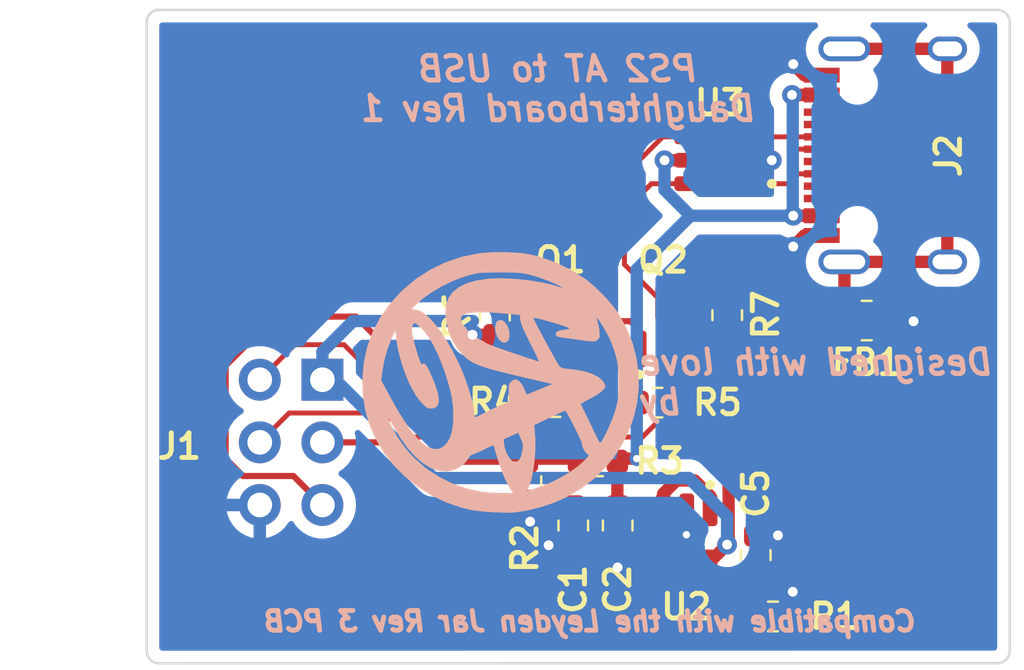
<source format=kicad_pcb>
(kicad_pcb (version 20211014) (generator pcbnew)
  (title_block (title "PS2 AT to USB Daughterboard for Leyden Jar controller") (date "2023-05-26") (rev "1") (comment 1 "Designed with love by Rico"))
  (layers (0 "F.Cu" signal) (31 "B.Cu" signal) (34 "B.Paste" user) (35 "F.Paste" user) (36 "B.SilkS" user "B.Silkscreen") (37 "F.SilkS" user "F.Silkscreen") (38 "B.Mask" user) (39 "F.Mask" user) (44 "Edge.Cuts" user))
  (net 0 "")
  (net 1 "PS2_ENABLE_3.3V")
  (net 3 "IN_3V3")
  (net 4 "+5V")
  (net 8 "USB_CLOCK_5V")
  (net 9 "GND")
  (net 10 "GNDPWR")
  (net 11 "Net-(R1-Pad1)")
  (net 12 "OUT_5V")
  (net 13 "CLOCK_3.3V")
  (net 14 "DATA_3.3V")
  (net 15 "DATA_5V")
  (net 16 "CLOCK_5V")
  (net 17 "USB_DATA_5V")
  (footprint "Model-F:SOT-23" (layer "F.Cu") (at 51.7825 32.79 90)
    (fp_text reference "Q1" (at 2.6425 0 180) (layer "F.SilkS") (effects (font (thickness 0.2))))
    (fp_text value "BSS138")
    (fp_circle (center -1.98 -0.95) (end -1.83 -0.95) (layer "F.SilkS") (width 0.1) (fill solid))
    (pad "1" smd roundrect (at -0.9375 -0.95 90) (size 1.475 0.6) (layers "F.Cu" "F.Paste" "F.Mask") (net 3 "IN_3V3"))
    (pad "2" smd roundrect (at -0.9375 0.95 90) (size 1.475 0.6) (layers "F.Cu" "F.Paste" "F.Mask") (net 13 "CLOCK_3.3V"))
    (pad "3" smd roundrect (at 0.9375 0 90) (size 1.475 0.6) (layers "F.Cu" "F.Paste" "F.Mask") (net 16 "CLOCK_5V"))
  )
  (footprint "Model-F:Resistor_603" (layer "F.Cu") (at 51.5725 35.9075)
    (fp_text reference "R4" (at -2.515 -0.02) (layer "F.SilkS") (effects (font (thickness 0.2))))
    (fp_text value "10K")
    (fp_line (start -0.2 0.6) (end 0.2 0.6) (layer "F.SilkS") (width 0.1))
    (fp_line (start -0.2 -0.6) (end 0.2 -0.6) (layer "F.SilkS") (width 0.1))
    (pad "1" smd roundrect (at -0.7875 0) (size 0.875 0.95) (layers "F.Cu" "F.Paste" "F.Mask") (net 3 "IN_3V3"))
    (pad "2" smd roundrect (at 0.7875 0) (size 0.875 0.95) (layers "F.Cu" "F.Paste" "F.Mask") (net 13 "CLOCK_3.3V"))
  )
  (footprint "Model-F:USB_C_Receptacle_HRO_TYPE-C-31-M-12" (layer "F.Cu") (at 66.42 25.9 90)
    (fp_text reference "J2" (at -0.01 1.09 90 unlocked) (layer "F.SilkS") (effects (font (thickness 0.2))))
    (fp_text value "USB_C_Receptacle_USB2.0")
    (pad "" np_thru_hole circle (at -2.89 -2.6 90) (size 0.65 0.65) (drill 0.65) (layers *.Cu *.Mask))
    (pad "" np_thru_hole circle (at 2.89 -2.6 90) (size 0.65 0.65) (drill 0.65) (layers *.Cu *.Mask))
    (pad "A1" smd rect (at -3.25 -4.045 90) (size 0.6 1.45) (layers "F.Cu" "F.Paste" "F.Mask") (net 9 "GND"))
    (pad "A4" smd rect (at -2.45 -4.045 90) (size 0.6 1.45) (layers "F.Cu" "F.Paste" "F.Mask") (net 4 "+5V"))
    (pad "A5" smd rect (at -1.25 -4.045 90) (size 0.3 1.45) (layers "F.Cu" "F.Paste" "F.Mask"))
    (pad "A6" smd rect (at -0.25 -4.045 90) (size 0.3 1.45) (layers "F.Cu" "F.Paste" "F.Mask") (net 8 "USB_CLOCK_5V"))
    (pad "A7" smd rect (at 0.25 -4.045 90) (size 0.3 1.45) (layers "F.Cu" "F.Paste" "F.Mask") (net 17 "USB_DATA_5V"))
    (pad "A8" smd rect (at 1.25 -4.045 90) (size 0.3 1.45) (layers "F.Cu" "F.Paste" "F.Mask"))
    (pad "A9" smd rect (at 2.45 -4.045 90) (size 0.6 1.45) (layers "F.Cu" "F.Paste" "F.Mask") (net 4 "+5V"))
    (pad "A12" smd rect (at 3.25 -4.045 90) (size 0.6 1.45) (layers "F.Cu" "F.Paste" "F.Mask") (net 9 "GND"))
    (pad "B1" smd rect (at 3.25 -4.045 90) (size 0.6 1.45) (layers "F.Cu" "F.Paste" "F.Mask") (net 9 "GND"))
    (pad "B4" smd rect (at 2.45 -4.045 90) (size 0.6 1.45) (layers "F.Cu" "F.Paste" "F.Mask") (net 4 "+5V"))
    (pad "B5" smd rect (at 1.75 -4.045 90) (size 0.3 1.45) (layers "F.Cu" "F.Paste" "F.Mask"))
    (pad "B6" smd rect (at 0.75 -4.045 90) (size 0.3 1.45) (layers "F.Cu" "F.Paste" "F.Mask") (net 8 "USB_CLOCK_5V"))
    (pad "B7" smd rect (at -0.75 -4.045 90) (size 0.3 1.45) (layers "F.Cu" "F.Paste" "F.Mask") (net 17 "USB_DATA_5V"))
    (pad "B8" smd rect (at -1.75 -4.045 90) (size 0.3 1.45) (layers "F.Cu" "F.Paste" "F.Mask"))
    (pad "B9" smd rect (at -2.45 -4.045 90) (size 0.6 1.45) (layers "F.Cu" "F.Paste" "F.Mask") (net 4 "+5V"))
    (pad "B12" smd rect (at -3.25 -4.045 90) (size 0.6 1.45) (layers "F.Cu" "F.Paste" "F.Mask") (net 9 "GND"))
    (pad "S1" thru_hole oval (at -4.32 1.05 90) (size 1 1.6) (drill oval 0.6 1.2) (layers *.Cu *.Mask "F.Paste") (net 10 "GNDPWR"))
    (pad "S1" thru_hole oval (at 4.32 1.05 90) (size 1 1.6) (drill oval 0.6 1.2) (layers *.Cu *.Mask "F.Paste") (net 10 "GNDPWR"))
    (pad "S1" thru_hole oval (at -4.32 -3.13 90) (size 1 2.1) (drill oval 0.6 1.7) (layers *.Cu *.Mask "F.Paste") (net 10 "GNDPWR"))
    (pad "S1" thru_hole oval (at 4.32 -3.13 90) (size 1 2.1) (drill oval 0.6 1.7) (layers *.Cu *.Mask "F.Paste") (net 10 "GNDPWR"))
  )
  (footprint "Model-F:Resistor_603" (layer "F.Cu") (at 49.1225 32.39 90)
    (fp_text reference "R6" (at 0.0225 -1.525 90) (layer "F.SilkS") (effects (font (thickness 0.2))))
    (fp_text value "10K")
    (fp_line (start -0.2 0.6) (end 0.2 0.6) (layer "F.SilkS") (width 0.1))
    (fp_line (start -0.2 -0.6) (end 0.2 -0.6) (layer "F.SilkS") (width 0.1))
    (pad "1" smd roundrect (at -0.7875 0 90) (size 0.875 0.95) (layers "F.Cu" "F.Paste" "F.Mask") (net 12 "OUT_5V"))
    (pad "2" smd roundrect (at 0.7875 0 90) (size 0.875 0.95) (layers "F.Cu" "F.Paste" "F.Mask") (net 16 "CLOCK_5V"))
  )
  (footprint "Model-F:Resistor_603" (layer "F.Cu") (at 53.3 38.3125 180)
    (fp_text reference "R3" (at -2.5 0.0125 180) (layer "F.SilkS") (effects (font (thickness 0.2))))
    (fp_text value "1K")
    (fp_line (start -0.2 0.6) (end 0.2 0.6) (layer "F.SilkS") (width 0.1))
    (fp_line (start -0.2 -0.6) (end 0.2 -0.6) (layer "F.SilkS") (width 0.1))
    (pad "1" smd roundrect (at -0.7875 0 180) (size 0.875 0.95) (layers "F.Cu" "F.Paste" "F.Mask") (net 4 "+5V"))
    (pad "2" smd roundrect (at 0.7875 0 180) (size 0.875 0.95) (layers "F.Cu" "F.Paste" "F.Mask") (net 1 "PS2_ENABLE_3.3V"))
  )
  (footprint "Model-F:SOT-23-6" (layer "F.Cu") (at 56.9 41.4125 -90)
    (fp_text reference "U2" (at 2.7975 0.02 unlocked) (layer "F.SilkS") (effects (font (thickness 0.2))))
    (fp_text value "MIC2009A-1YM6")
    (fp_circle (center -2.15 -0.95) (end -2 -0.95) (layer "F.SilkS") (width 0.1) (fill solid))
    (pad "1" smd roundrect (at -1.1375 -0.95 270) (size 1.325 0.6) (layers "F.Cu" "F.Paste" "F.Mask") (net 4 "+5V"))
    (pad "2" smd roundrect (at -1.1375 0 270) (size 1.325 0.6) (layers "F.Cu" "F.Paste" "F.Mask") (net 9 "GND"))
    (pad "3" smd roundrect (at -1.1375 0.95 270) (size 1.325 0.6) (layers "F.Cu" "F.Paste" "F.Mask") (net 4 "+5V"))
    (pad "4" smd roundrect (at 1.1375 0.95 270) (size 1.325 0.6) (layers "F.Cu" "F.Paste" "F.Mask"))
    (pad "5" smd roundrect (at 1.1375 0 270) (size 1.325 0.6) (layers "F.Cu" "F.Paste" "F.Mask") (net 11 "Net-(R1-Pad1)"))
    (pad "6" smd roundrect (at 1.1375 -0.95 270) (size 1.325 0.6) (layers "F.Cu" "F.Paste" "F.Mask") (net 12 "OUT_5V"))
  )
  (footprint "Model-F:Resistor_603" (layer "F.Cu") (at 60.4 44.6)
    (fp_text reference "R1" (at 2.5 0) (layer "F.SilkS") (effects (font (thickness 0.2))))
    (fp_text value "1K")
    (fp_line (start -0.2 0.6) (end 0.2 0.6) (layer "F.SilkS") (width 0.1))
    (fp_line (start -0.2 -0.6) (end 0.2 -0.6) (layer "F.SilkS") (width 0.1))
    (pad "1" smd roundrect (at -0.7875 0) (size 0.875 0.95) (layers "F.Cu" "F.Paste" "F.Mask") (net 11 "Net-(R1-Pad1)"))
    (pad "2" smd roundrect (at 0.7875 0) (size 0.875 0.95) (layers "F.Cu" "F.Paste" "F.Mask") (net 9 "GND"))
  )
  (footprint "Model-F:Resistor_603" (layer "F.Cu") (at 58.5425 32.38 90)
    (fp_text reference "R7" (at 0.0125 1.565 90) (layer "F.SilkS") (effects (font (thickness 0.2))))
    (fp_text value "10K")
    (fp_line (start -0.2 0.6) (end 0.2 0.6) (layer "F.SilkS") (width 0.1))
    (fp_line (start -0.2 -0.6) (end 0.2 -0.6) (layer "F.SilkS") (width 0.1))
    (pad "1" smd roundrect (at -0.7875 0 90) (size 0.875 0.95) (layers "F.Cu" "F.Paste" "F.Mask") (net 12 "OUT_5V"))
    (pad "2" smd roundrect (at 0.7875 0 90) (size 0.875 0.95) (layers "F.Cu" "F.Paste" "F.Mask") (net 15 "DATA_5V"))
  )
  (footprint "Model-F:R_805" (layer "F.Cu") (at 64.2 32.6 180)
    (fp_text reference "FB1" (at 0 -1.7 unlocked) (layer "F.SilkS") (effects (font (thickness 0.2))))
    (fp_text value "CBW201209U121T")
    (fp_line (start -0.2 0.8) (end 0.2 0.8) (layer "F.SilkS") (width 0.1))
    (fp_line (start -0.2 -0.8) (end 0.2 -0.8) (layer "F.SilkS") (width 0.1))
    (pad "1" smd roundrect (at -0.9225 0 180) (size 1.025 1.4) (layers "F.Cu" "F.Paste" "F.Mask") (roundrect_rratio 0.243902439) (net 9 "GND"))
    (pad "2" smd roundrect (at 0.9025 0 180) (size 1.025 1.4) (layers "F.Cu" "F.Paste" "F.Mask") (roundrect_rratio 0.243902439) (net 10 "GNDPWR"))
  )
  (footprint "Model-F:SOT-23-6" (layer "F.Cu") (at 58.2 26.1 180)
    (fp_text reference "U3" (at -0.05 2.33 unlocked) (layer "F.SilkS") (effects (font (thickness 0.2))))
    (fp_text value "USBLC6-2SC6")
    (fp_circle (center -2.15 -0.95) (end -2 -0.95) (layer "F.SilkS") (width 0.1) (fill solid))
    (pad "1" smd roundrect (at -1.1375 -0.95 180) (size 1.325 0.6) (layers "F.Cu" "F.Paste" "F.Mask") (net 17 "USB_DATA_5V"))
    (pad "2" smd roundrect (at -1.1375 0 180) (size 1.325 0.6) (layers "F.Cu" "F.Paste" "F.Mask") (net 9 "GND"))
    (pad "3" smd roundrect (at -1.1375 0.95 180) (size 1.325 0.6) (layers "F.Cu" "F.Paste" "F.Mask") (net 8 "USB_CLOCK_5V"))
    (pad "4" smd roundrect (at 1.1375 0.95 180) (size 1.325 0.6) (layers "F.Cu" "F.Paste" "F.Mask") (net 16 "CLOCK_5V"))
    (pad "5" smd roundrect (at 1.1375 0 180) (size 1.325 0.6) (layers "F.Cu" "F.Paste" "F.Mask") (net 4 "+5V"))
    (pad "6" smd roundrect (at 1.1375 -0.95 180) (size 1.325 0.6) (layers "F.Cu" "F.Paste" "F.Mask") (net 15 "DATA_5V"))
  )
  (footprint "Model-F:Capacitor_603" (layer "F.Cu") (at 54.1 40.9125 -90)
    (fp_text reference "C2" (at 2.5875 0 -90) (layer "F.SilkS") (effects (font (thickness 0.2))))
    (fp_text value "100n")
    (fp_line (start -0.2 -0.6) (end 0.2 -0.6) (layer "F.SilkS") (width 0.1))
    (fp_line (start -0.2 0.6) (end 0.2 0.6) (layer "F.SilkS") (width 0.1))
    (pad "1" smd roundrect (at -0.7875 0 270) (size 0.875 0.95) (layers "F.Cu" "F.Paste" "F.Mask") (net 4 "+5V"))
    (pad "2" smd roundrect (at 0.7875 0 270) (size 0.875 0.95) (layers "F.Cu" "F.Paste" "F.Mask") (net 9 "GND"))
  )
  (footprint "Model-F:SOT-23" (layer "F.Cu") (at 55.9225 32.81 90)
    (fp_text reference "Q2" (at 2.6625 0.02 180) (layer "F.SilkS") (effects (font (thickness 0.2))))
    (fp_text value "BSS138")
    (fp_circle (center -1.98 -0.95) (end -1.83 -0.95) (layer "F.SilkS") (width 0.1) (fill solid))
    (pad "1" smd roundrect (at -0.9375 -0.95 90) (size 1.475 0.6) (layers "F.Cu" "F.Paste" "F.Mask") (net 3 "IN_3V3"))
    (pad "2" smd roundrect (at -0.9375 0.95 90) (size 1.475 0.6) (layers "F.Cu" "F.Paste" "F.Mask") (net 14 "DATA_3.3V"))
    (pad "3" smd roundrect (at 0.9375 0 90) (size 1.475 0.6) (layers "F.Cu" "F.Paste" "F.Mask") (net 15 "DATA_5V"))
  )
  (footprint "Model-F:PinSocket_2x03_P2.54mm_Horizontal" (layer "F.Cu") (at 42.125 35)
    (fp_text reference "J1" (at -5.795 2.7) (layer "F.SilkS") (effects (font (thickness 0.2))))
    (fp_text value "Conn_02x03_Odd_Even")
    (pad "1" thru_hole rect (at 0 0) (size 1.7 1.7) (drill 1) (layers *.Cu *.Mask) (net 12 "OUT_5V"))
    (pad "2" thru_hole oval (at -2.54 0) (size 1.7 1.7) (drill 1) (layers *.Cu *.Mask) (net 13 "CLOCK_3.3V"))
    (pad "3" thru_hole oval (at 0 2.54) (size 1.7 1.7) (drill 1) (layers *.Cu *.Mask) (net 1 "PS2_ENABLE_3.3V"))
    (pad "4" thru_hole oval (at -2.54 2.54) (size 1.7 1.7) (drill 1) (layers *.Cu *.Mask) (net 14 "DATA_3.3V"))
    (pad "5" thru_hole oval (at 0 5.08) (size 1.7 1.7) (drill 1) (layers *.Cu *.Mask) (net 3 "IN_3V3"))
    (pad "6" thru_hole oval (at -2.54 5.08) (size 1.7 1.7) (drill 1) (layers *.Cu *.Mask) (net 9 "GND"))
  )
  (footprint "Model-F:Resistor_603" (layer "F.Cu") (at 55.7125 35.9275)
    (fp_text reference "R5" (at 2.435 0) (layer "F.SilkS") (effects (font (thickness 0.2))))
    (fp_text value "10K")
    (fp_line (start -0.2 -0.6) (end 0.2 -0.6) (layer "F.SilkS") (width 0.1))
    (fp_line (start -0.2 0.6) (end 0.2 0.6) (layer "F.SilkS") (width 0.1))
    (pad "1" smd roundrect (at -0.7875 0) (size 0.875 0.95) (layers "F.Cu" "F.Paste" "F.Mask") (net 3 "IN_3V3"))
    (pad "2" smd roundrect (at 0.7875 0) (size 0.875 0.95) (layers "F.Cu" "F.Paste" "F.Mask") (net 14 "DATA_3.3V"))
  )
  (footprint "Model-F:Capacitor_603" (layer "F.Cu") (at 52.3 40.9125 -90)
    (fp_text reference "C1" (at 2.5875 0 -90) (layer "F.SilkS") (effects (font (thickness 0.2))))
    (fp_text value "1u")
    (fp_line (start -0.2 0.6) (end 0.2 0.6) (layer "F.SilkS") (width 0.1))
    (fp_line (start -0.2 -0.6) (end 0.2 -0.6) (layer "F.SilkS") (width 0.1))
    (pad "1" smd roundrect (at -0.7875 0 270) (size 0.875 0.95) (layers "F.Cu" "F.Paste" "F.Mask") (net 4 "+5V"))
    (pad "2" smd roundrect (at 0.7875 0 270) (size 0.875 0.95) (layers "F.Cu" "F.Paste" "F.Mask") (net 9 "GND"))
  )
  (footprint "Model-F:Capacitor_603" (layer "F.Cu") (at 59.7 42.1125 90)
    (fp_text reference "C5" (at 2.5 0 90) (layer "F.SilkS") (effects (font (thickness 0.2))))
    (fp_text value "1u")
    (fp_line (start -0.2 0.6) (end 0.2 0.6) (layer "F.SilkS") (width 0.1))
    (fp_line (start -0.2 -0.6) (end 0.2 -0.6) (layer "F.SilkS") (width 0.1))
    (pad "1" smd roundrect (at -0.7875 0 90) (size 0.875 0.95) (layers "F.Cu" "F.Paste" "F.Mask") (net 12 "OUT_5V"))
    (pad "2" smd roundrect (at 0.7875 0 90) (size 0.875 0.95) (layers "F.Cu" "F.Paste" "F.Mask") (net 9 "GND"))
  )
  (footprint "Model-F:Resistor_603" (layer "F.Cu") (at 50.4 39.1125 -90)
    (fp_text reference "R2" (at 2.725 0.0625 -90) (layer "F.SilkS") (effects (font (thickness 0.2))))
    (fp_text value "2K")
    (fp_line (start -0.2 -0.6) (end 0.2 -0.6) (layer "F.SilkS") (width 0.1))
    (fp_line (start -0.2 0.6) (end 0.2 0.6) (layer "F.SilkS") (width 0.1))
    (pad "1" smd roundrect (at -0.7875 0 270) (size 0.875 0.95) (layers "F.Cu" "F.Paste" "F.Mask") (net 1 "PS2_ENABLE_3.3V"))
    (pad "2" smd roundrect (at 0.7875 0 270) (size 0.875 0.95) (layers "F.Cu" "F.Paste" "F.Mask") (net 9 "GND"))
  )
  (footprint "Model-F:Rico_Logo" (layer "B.Cu") (at 45.192613 42.476439 180)
    (fp_text reference "H1" hide)
    (fp_text value "Val**" hide)
    (fp_poly (pts (xy -3.637274 12.634077) (xy -3.313247 12.603879) (xy -3.260542 12.596559) (xy -2.577576 12.454292) (xy -1.927504 12.234537) (xy -1.313607 11.938925) (xy -0.739166 11.569087) (xy -0.207462 11.126654) (xy -0.104745 11.027833) (xy 0.349171 10.525893) (xy 0.724612 9.992228) (xy 1.021503 9.427015) (xy 1.239769 8.830433) (xy 1.379335 8.202659) (xy 1.440127 7.54387) (xy 1.443024 7.364133) (xy 1.416145 6.796436) (xy 1.331112 6.264158) (xy 1.182597 5.736548) (xy 1.139991 5.615622) (xy 0.886832 5.042501) (xy 0.560691 4.503235) (xy 0.168443 4.003551) (xy -0.283037 3.549176) (xy -0.786873 3.145837) (xy -1.336189 2.799262) (xy -1.924112 2.515176) (xy -2.543764 2.299307) (xy -2.963333 2.197675) (xy -3.167071 2.165512) (xy -3.426921 2.137352) (xy -3.719701 2.114441) (xy -4.022232 2.098028) (xy -4.311331 2.089359) (xy -4.563819 2.089682) (xy -4.756515 2.100243) (xy -4.7625 2.100879) (xy -5.277624 2.184028) (xy -5.81358 2.319208) (xy -6.335691 2.496249) (xy -6.791275 2.695936) (xy -7.109245 2.878667) (xy -4.666404 2.878667) (xy -4.206452 2.879505) (xy -3.977493 2.884063) (xy -3.742474 2.895605) (xy -3.537028 2.912106) (xy -3.450167 2.922475) (xy -2.818034 3.053438) (xy -2.214545 3.260833) (xy -1.646909 3.54112) (xy -1.122338 3.89076) (xy -0.66449 4.28983) (xy -0.417002 4.557897) (xy -0.177927 4.858559) (xy 0.03563 5.167953) (xy 0.206563 5.462219) (xy 0.268643 5.591529) (xy 0.347317 5.777012) (xy 0.387665 5.887518) (xy 0.390307 5.922638) (xy 0.35586 5.881963) (xy 0.284944 5.765086) (xy 0.209915 5.630333) (xy -0.080163 5.14186) (xy -0.380317 4.722163) (xy -0.687446 4.374315) (xy -0.998448 4.101388) (xy -1.31022 3.906455) (xy -1.619663 3.792587) (xy -1.65287 3.785257) (xy -1.960433 3.759686) (xy -2.249005 3.808789) (xy -2.506617 3.927746) (xy -2.721299 4.111733) (xy -2.829327 4.259207) (xy -2.906922 4.365997) (xy -2.980932 4.433122) (xy -3.01337 4.445) (xy -3.079234 4.463456) (xy -3.200865 4.513333) (xy -3.359224 4.586399) (xy -3.489928 4.651098) (xy -3.673905 4.742221) (xy -3.795133 4.795034) (xy -3.864408 4.813171) (xy -3.892525 4.800271) (xy -3.894667 4.787443) (xy -3.907246 4.723771) (xy -3.941822 4.596126) (xy -3.993656 4.42087) (xy -4.058008 4.214364) (xy -4.085283 4.129481) (xy -4.214242 3.758225) (xy -4.342337 3.448734) (xy -4.479538 3.178803) (xy -4.60419 2.973917) (xy -4.666404 2.878667) (xy -7.109245 2.878667) (xy -7.370088 3.028568) (xy -7.890598 3.415798) (xy -8.351091 3.851561) (xy -8.749854 4.329791) (xy -8.787985 4.388313) (xy -7.733241 4.388313) (xy -7.692773 4.330632) (xy -7.618172 4.251212) (xy -7.327713 3.988299) (xy -6.973533 3.731743) (xy -6.576387 3.493583) (xy -6.157028 3.285856) (xy -5.736212 3.1206) (xy -5.588 3.073718) (xy -5.42668 3.026371) (xy -5.29996 2.989408) (xy -5.226891 2.968374) (xy -5.216608 2.965587) (xy -5.228079 2.994184) (xy -5.269248 3.061314) (xy -5.341435 3.214685) (xy -5.407393 3.436226) (xy -5.464948 3.709537) (xy -5.511924 4.01822) (xy -5.546148 4.345875) (xy -5.565444 4.676103) (xy -5.566569 4.838329) (xy -5.065966 4.838329) (xy -5.064863 4.722544) (xy -5.044201 4.577759) (xy -4.990215 4.357954) (xy -4.912339 4.217332) (xy -4.807762 4.153073) (xy -4.67367 4.16236) (xy -4.640961 4.173596) (xy -4.555933 4.241438) (xy -4.46709 4.368299) (xy -4.386854 4.530102) (xy -4.327644 4.702769) (xy -4.304395 4.826) (xy -4.28057 5.058833) (xy -4.577135 5.195617) (xy -4.8737 5.3324) (xy -4.981189 5.089783) (xy -5.039709 4.947466) (xy -5.065966 4.838329) (xy -5.566569 4.838329) (xy -5.567639 4.992504) (xy -5.555806 5.222447) (xy -5.520827 5.64006) (xy -6.009497 5.871247) (xy -6.209305 5.965777) (xy -6.3939 6.053111) (xy -6.542966 6.12364) (xy -6.636189 6.16775) (xy -6.637264 6.168259) (xy -6.731521 6.20733) (xy -6.786396 6.219644) (xy -6.790091 6.217959) (xy -6.837408 6.147426) (xy -6.910236 6.021294) (xy -7.000433 5.855552) (xy -7.099856 5.666187) (xy -7.200361 5.469188) (xy -7.293807 5.280541) (xy -7.372051 5.116236) (xy -7.426949 4.992259) (xy -7.45036 4.9246) (xy -7.450667 4.920939) (xy -7.477833 4.778802) (xy -7.546288 4.6254) (xy -7.636469 4.500195) (xy -7.676607 4.465167) (xy -7.725838 4.425782) (xy -7.733241 4.388313) (xy -8.787985 4.388313) (xy -9.085177 4.844423) (xy -9.355345 5.389392) (xy -9.558646 5.958633) (xy -9.693368 6.546081) (xy -9.757798 7.14567) (xy -9.755043 7.366) (xy -8.94682 7.366) (xy -8.945282 7.099093) (xy -8.938927 6.893946) (xy -8.925314 6.727685) (xy -8.902003 6.57744) (xy -8.866554 6.420335) (xy -8.831972 6.2895) (xy -8.774772 6.107037) (xy -8.697869 5.899047) (xy -8.607962 5.679818) (xy -8.511755 5.463638) (xy -8.415948 5.264797) (xy -8.327243 5.097582) (xy -8.252342 4.976282) (xy -8.197945 4.915186) (xy -8.185281 4.910667) (xy -8.161307 4.946936) (xy -8.108098 5.047247) (xy -8.032084 5.198854) (xy -7.939698 5.38901) (xy -7.870214 5.535083) (xy -7.763796 5.759218) (xy -7.663402 5.968067) (xy -7.577418 6.144371) (xy -7.51423 6.270872) (xy -7.491981 6.313431) (xy -7.439718 6.4149) (xy -7.410537 6.481834) (xy -7.408333 6.491354) (xy -7.443442 6.51972) (xy -7.53799 6.576762) (xy -7.675807 6.653052) (xy -7.77875 6.707363) (xy -8.056932 6.863566) (xy -8.253326 7.00155) (xy -8.368681 7.121976) (xy -8.403745 7.225501) (xy -8.39874 7.253295) (xy -8.299675 7.429116) (xy -8.124151 7.582224) (xy -7.877961 7.709992) (xy -7.566895 7.809794) (xy -7.196745 7.879003) (xy -6.964976 7.903485) (xy -6.779826 7.922888) (xy -6.65888 7.949215) (xy -6.581683 7.988126) (xy -6.548988 8.018586) (xy -6.50976 8.076512) (xy -6.440027 8.193272) (xy -6.425229 8.219102) (xy -5.709764 8.219102) (xy -5.700236 8.212667) (xy -5.700169 8.212667) (xy -5.657575 8.225512) (xy -5.545996 8.261571) (xy -5.37672 8.317129) (xy -5.161033 8.38847) (xy -4.910221 8.47188) (xy -4.737086 8.529678) (xy -4.455558 8.625383) (xy -4.189245 8.718862) (xy -3.952648 8.804797) (xy -3.760269 8.877868) (xy -3.626607 8.932758) (xy -3.586122 8.951829) (xy -3.286466 9.123294) (xy -3.027888 9.303152) (xy -2.817376 9.4842) (xy -2.661918 9.659235) (xy -2.568504 9.821053) (xy -2.544121 9.96245) (xy -2.556006 10.01365) (xy -2.633458 10.100736) (xy -2.789994 10.163721) (xy -3.026023 10.202639) (xy -3.341956 10.217527) (xy -3.738202 10.208419) (xy -4.215172 10.175352) (xy -4.323681 10.165549) (xy -4.943196 10.107598) (xy -4.96207 9.911172) (xy -4.987624 9.794055) (xy -5.048012 9.626528) (xy -5.145943 9.402104) (xy -5.284122 9.114297) (xy -5.347972 8.986513) (xy -5.479526 8.724874) (xy -5.576877 8.529256) (xy -5.6443 8.390266) (xy -5.686072 8.298507) (xy -5.706468 8.244584) (xy -5.709764 8.219102) (xy -6.425229 8.219102) (xy -6.346232 8.356982) (xy -6.234822 8.555758) (xy -6.112239 8.777715) (xy -5.98493 9.010971) (xy -5.859338 9.243641) (xy -5.741909 9.463841) (xy -5.639087 9.659687) (xy -5.557317 9.819295) (xy -5.503043 9.930781) (xy -5.48271 9.982261) (xy -5.483056 9.984155) (xy -5.533768 9.98519) (xy -5.648816 9.964348) (xy -5.812109 9.926198) (xy -6.007553 9.875309) (xy -6.219054 9.816249) (xy -6.430519 9.753587) (xy -6.625856 9.691893) (xy -6.788971 9.635735) (xy -6.90377 9.589682) (xy -6.940266 9.570456) (xy -6.94831 9.544713) (xy -6.882177 9.522202) (xy -6.739895 9.501474) (xy -6.545761 9.465396) (xy -6.432429 9.409619) (xy -6.398095 9.333019) (xy -6.406951 9.293967) (xy -6.418736 9.268383) (xy -6.439346 9.247681) (xy -6.479853 9.229464) (xy -6.551325 9.211336) (xy -6.664832 9.190902) (xy -6.831445 9.165764) (xy -7.062231 9.133526) (xy -7.29456 9.101823) (xy -7.548154 9.068037) (xy -7.73208 9.046174) (xy -7.860429 9.035807) (xy -7.947293 9.036508) (xy -8.006766 9.047847) (xy -8.052938 9.069397) (xy -8.067143 9.078339) (xy -8.143984 9.151167) (xy -8.174623 9.219059) (xy -8.160269 9.518037) (xy -8.104654 9.772115) (xy -8.073898 9.888633) (xy -8.061363 9.966696) (xy -8.063843 9.982955) (xy -8.095073 9.960922) (xy -8.157063 9.879475) (xy -8.240413 9.753732) (xy -8.335723 9.598814) (xy -8.433592 9.429842) (xy -8.52462 9.261935) (xy -8.577444 9.156851) (xy -8.656369 8.97297) (xy -8.739794 8.746002) (xy -8.813553 8.515443) (xy -8.835545 8.437184) (xy -8.880142 8.260483) (xy -8.911119 8.104875) (xy -8.930866 7.947337) (xy -8.941776 7.764847) (xy -8.946241 7.534381) (xy -8.94682 7.366) (xy -9.755043 7.366) (xy -9.750224 7.751334) (xy -9.668932 8.35701) (xy -9.512212 8.956631) (xy -9.278349 9.544133) (xy -8.998195 10.054167) (xy -8.043333 10.054167) (xy -8.022167 10.033) (xy -8.001 10.054167) (xy -8.022167 10.075333) (xy -8.043333 10.054167) (xy -8.998195 10.054167) (xy -8.965631 10.11345) (xy -8.910002 10.19966) (xy -8.721413 10.456141) (xy -8.482476 10.736262) (xy -8.214268 11.0182) (xy -8.018565 11.203654) (xy -6.675766 11.203654) (xy -6.654356 11.199057) (xy -6.565294 11.224673) (xy -6.518931 11.240855) (xy -6.189031 11.339754) (xy -5.796996 11.425375) (xy -5.364661 11.49528) (xy -4.91386 11.547032) (xy -4.466429 11.578193) (xy -4.044202 11.586327) (xy -3.669014 11.568996) (xy -3.620872 11.564335) (xy -3.160636 11.492162) (xy -2.774115 11.378891) (xy -2.460648 11.22388) (xy -2.219574 11.026484) (xy -2.050231 10.78606) (xy -1.951959 10.501965) (xy -1.924094 10.173554) (xy -1.943891 9.932654) (xy -2.041308 9.477914) (xy -2.198784 9.073521) (xy -2.413601 8.725291) (xy -2.611903 8.503336) (xy -2.714498 8.408102) (xy -2.813969 8.323889) (xy -2.917428 8.248256) (xy -3.031982 8.178762) (xy -3.164742 8.112964) (xy -3.322817 8.048422) (xy -3.513316 7.982695) (xy -3.74335 7.91334) (xy -4.020028 7.837917) (xy -4.350459 7.753985) (xy -4.741753 7.659101) (xy -5.201019 7.550825) (xy -5.735367 7.426715) (xy -5.771506 7.418357) (xy -6.272512 7.3025) (xy -5.742298 7.085384) (xy -5.212085 6.868267) (xy -5.142508 7.04305) (xy -5.035399 7.262939) (xy -4.920661 7.409403) (xy -4.802784 7.479823) (xy -4.686254 7.471579) (xy -4.575559 7.38205) (xy -4.571192 7.376583) (xy -4.524949 7.30694) (xy -4.49912 7.228894) (xy -4.489684 7.118476) (xy -4.492621 6.951717) (xy -4.494036 6.916641) (xy -4.5085 6.573115) (xy -4.212167 6.459752) (xy -4.03744 6.3867) (xy -3.825267 6.288953) (xy -3.611918 6.183465) (xy -3.534833 6.143146) (xy -3.37267 6.05977) (xy -3.238213 5.996487) (xy -3.148685 5.961067) (xy -3.122083 5.95695) (xy -3.097823 6.007475) (xy -3.096803 6.01724) (xy -2.243164 6.01724) (xy -2.228148 5.653372) (xy -2.182087 5.356583) (xy -2.102116 5.114111) (xy -1.999819 4.933256) (xy -1.840705 4.761202) (xy -1.661946 4.671291) (xy -1.461742 4.663098) (xy -1.238297 4.736197) (xy -1.215397 4.747557) (xy -0.999224 4.894118) (xy -0.763946 5.123012) (xy -0.50966 5.434111) (xy -0.236462 5.827287) (xy -0.084321 6.074833) (xy 0.423333 6.074833) (xy 0.4445 6.053667) (xy 0.465667 6.074833) (xy 0.4445 6.096) (xy 0.423333 6.074833) (xy -0.084321 6.074833) (xy 0.055551 6.302414) (xy 0.336758 6.804415) (xy 0.6839 7.448086) (xy 0.638353 7.822682) (xy 0.557729 8.27239) (xy 0.42913 8.727114) (xy 0.264222 9.146757) (xy 0.235473 9.2075) (xy 0.163472 9.353733) (xy 0.120396 9.431138) (xy 0.098522 9.447213) (xy 0.090127 9.409454) (xy 0.088038 9.350629) (xy 0.063781 9.075359) (xy 0.005764 8.748083) (xy -0.079837 8.391451) (xy -0.186846 8.028114) (xy -0.309088 7.680722) (xy -0.440388 7.371926) (xy -0.465621 7.319946) (xy -0.602039 7.055959) (xy -0.721765 6.850818) (xy -0.8381 6.68419) (xy -0.964342 6.535745) (xy -1.010152 6.487583) (xy -1.127868 6.378482) (xy -1.224256 6.323577) (xy -1.326552 6.307708) (xy -1.333453 6.307667) (xy -1.491743 6.334907) (xy -1.596173 6.417825) (xy -1.646823 6.558219) (xy -1.643776 6.757887) (xy -1.587111 7.018627) (xy -1.476911 7.342235) (xy -1.389752 7.5565) (xy -1.276444 7.810415) (xy -1.184255 7.988339) (xy -1.109341 8.095184) (xy -1.047856 8.13586) (xy -0.995955 8.115278) (xy -0.974459 8.086948) (xy -0.949064 8.099989) (xy -0.907716 8.180942) (xy -0.855121 8.315612) (xy -0.795981 8.489804) (xy -0.735002 8.68932) (xy -0.676887 8.899967) (xy -0.626341 9.107548) (xy -0.608014 9.19277) (xy -0.571983 9.385572) (xy -0.557487 9.517431) (xy -0.563445 9.608995) (xy -0.583075 9.66902) (xy -0.636163 9.74892) (xy -0.686219 9.779) (xy -0.73761 9.750109) (xy -0.82972 9.67291) (xy -0.946173 9.561614) (xy -0.99861 9.507903) (xy -1.213967 9.244678) (xy -1.419349 8.914123) (xy -1.617352 8.511253) (xy -1.810574 8.03108) (xy -1.901585 7.774024) (xy -2.029736 7.378577) (xy -2.123843 7.038134) (xy -2.187917 6.732068) (xy -2.225969 6.439748) (xy -2.242009 6.140548) (xy -2.243164 6.01724) (xy -3.096803 6.01724) (xy -3.090333 6.079117) (xy -3.073001 6.269151) (xy -3.024361 6.519104) (xy -2.949447 6.81242) (xy -2.853295 7.132549) (xy -2.740938 7.462936) (xy -2.617412 7.78703) (xy -2.487751 8.088277) (xy -2.463367 8.140447) (xy -2.219973 8.623872) (xy -1.973398 9.056203) (xy -1.727317 9.433005) (xy -1.485403 9.749848) (xy -1.251327 10.002299) (xy -1.028762 10.185926) (xy -0.821383 10.296296) (xy -0.649549 10.329333) (xy -0.533725 10.329333) (xy -0.679612 10.481254) (xy -0.969101 10.742998) (xy -1.323509 10.999142) (xy -1.723261 11.238648) (xy -2.148783 11.450475) (xy -2.580504 11.623586) (xy -2.861676 11.711916) (xy -3.009788 11.75142) (xy -3.138397 11.780753) (xy -3.264235 11.801416) (xy -3.404036 11.814913) (xy -3.574532 11.822743) (xy -3.792454 11.82641) (xy -4.074537 11.827415) (xy -4.148667 11.827428) (xy -4.449568 11.826636) (xy -4.682469 11.823403) (xy -4.864027 11.816292) (xy -5.010904 11.803869) (xy -5.139757 11.784699) (xy -5.267248 11.757348) (xy -5.410035 11.720379) (xy -5.418667 11.718037) (xy -5.649944 11.647916) (xy -5.91098 11.55762) (xy -6.155168 11.463535) (xy -6.218895 11.436708) (xy -6.401091 11.354991) (xy -6.542435 11.285994) (xy -6.636226 11.234091) (xy -6.675766 11.203654) (xy -8.018565 11.203654) (xy -7.937864 11.280128) (xy -7.674341 11.500224) (xy -7.60216 11.553959) (xy -7.009409 11.929869) (xy -6.376051 12.235467) (xy -5.714402 12.465241) (xy -5.376333 12.550078) (xy -5.095835 12.596382) (xy -4.756729 12.628483) (xy -4.383966 12.645831) (xy -4.002498 12.647878) (xy -3.637274 12.634077)) (layer "B.SilkS") (width 0.01) (fill solid))
    (fp_poly (pts (xy -4.0128 9.831059) (xy -3.958779 9.718333) (xy -3.941912 9.567009) (xy -3.966534 9.391268) (xy -4.018998 9.242666) (xy -4.114174 9.087946) (xy -4.223096 8.998425) (xy -4.333899 8.978743) (xy -4.434715 9.03354) (xy -4.463766 9.068753) (xy -4.516377 9.209297) (xy -4.517209 9.382532) (xy -4.473992 9.563129) (xy -4.394457 9.725756) (xy -4.286334 9.845082) (xy -4.214969 9.883981) (xy -4.099641 9.891003) (xy -4.0128 9.831059)) (layer "B.SilkS") (width 0.01) (fill solid))
  )
  (gr_arc (start 35.5 46.5) (mid 35.146447 46.353553) (end 35 46) (layer "Edge.Cuts") (width 0.1))
  (gr_arc (start 70 46) (mid 69.851259 46.350207) (end 69.5 46.496447) (layer "Edge.Cuts") (width 0.1))
  (gr_line (start 35.5 46.5) (end 69.5 46.496447) (layer "Edge.Cuts") (width 0.1))
  (gr_line (start 35 20.5) (end 35 46) (layer "Edge.Cuts") (width 0.1))
  (gr_line (start 70 20.5) (end 70 46) (layer "Edge.Cuts") (width 0.1))
  (gr_arc (start 69.5 20) (mid 69.851038 20.148962) (end 70 20.5) (layer "Edge.Cuts") (width 0.1))
  (gr_arc (start 35 20.5) (mid 35.146447 20.146447) (end 35.5 20) (layer "Edge.Cuts") (width 0.1))
  (gr_line (start 69.5 20) (end 35.5 20) (layer "Edge.Cuts") (width 0.1))
  (gr_text "Compatible with the Leyden Jar Rev 3 PCB" (at 53 44.8) (layer "B.SilkS") (effects (font (size 0.8 0.8) (thickness 0.2) italic) (justify mirror)))
  (gr_text "Designed with love\nby" (at 54.9 35.1) (layer "B.SilkS") (effects (font (size 1 1) (thickness 0.2) italic) (justify right mirror)))
  (gr_text "PS2 AT to USB\nDaughterboard Rev 1" (at 51.7 23.2) (layer "B.SilkS") (effects (font (size 1 1) (thickness 0.2) italic) (justify mirror)))
  (segment (start 44.565 37.54) (end 45.35 38.325) (width 0.25) (layer "F.Cu") (net 1))
  (segment (start 42.125 37.54) (end 44.565 37.54) (width 0.25) (layer "F.Cu") (net 1))
  (segment (start 50.4 38.325) (end 52.5 38.325) (width 0.25) (layer "F.Cu") (net 1))
  (segment (start 52.5 38.325) (end 52.5125 38.3125) (width 0.25) (layer "F.Cu") (net 1))
  (segment (start 45.35 38.325) (end 50.4 38.325) (width 0.25) (layer "F.Cu") (net 1))
  (segment (start 46.945 35.9075) (end 50.785 35.9075) (width 0.25) (layer "F.Cu") (net 3))
  (segment (start 50.835 35.9075) (end 50.835 33.73) (width 0.25) (layer "F.Cu") (net 3))
  (segment (start 54.6225 32.6275) (end 54.9725 32.9775) (width 0.25) (layer "F.Cu") (net 3))
  (segment (start 38.905 38.905) (end 38.2 38.2) (width 0.25) (layer "F.Cu") (net 3))
  (segment (start 40.95 38.905) (end 38.905 38.905) (width 0.25) (layer "F.Cu") (net 3))
  (segment (start 54.925 35.9275) (end 54.925 33.795) (width 0.25) (layer "F.Cu") (net 3))
  (segment (start 43.4775 32.44) (end 46.945 35.9075) (width 0.25) (layer "F.Cu") (net 3))
  (segment (start 38.2 34.43) (end 40.19 32.44) (width 0.25) (layer "F.Cu") (net 3))
  (segment (start 50.8325 33.7275) (end 51.316751 33.7275) (width 0.25) (layer "F.Cu") (net 3))
  (segment (start 42.125 40.08) (end 40.95 38.905) (width 0.25) (layer "F.Cu") (net 3))
  (segment (start 40.19 32.44) (end 43.4775 32.44) (width 0.25) (layer "F.Cu") (net 3))
  (segment (start 52.416751 32.6275) (end 54.6225 32.6275) (width 0.25) (layer "F.Cu") (net 3))
  (segment (start 38.2 38.2) (end 38.2 34.43) (width 0.25) (layer "F.Cu") (net 3))
  (segment (start 54.9725 32.9775) (end 54.9725 33.7475) (width 0.25) (layer "F.Cu") (net 3))
  (segment (start 54.925 33.795) (end 54.9725 33.7475) (width 0.25) (layer "F.Cu") (net 3))
  (segment (start 50.835 33.73) (end 50.8325 33.7275) (width 0.25) (layer "F.Cu") (net 3))
  (segment (start 51.316751 33.7275) (end 52.416751 32.6275) (width 0.25) (layer "F.Cu") (net 3))
  (segment (start 62.375 23.45) (end 61.15 23.45) (width 0.5) (layer "F.Cu") (net 4))
  (segment (start 54.2 38.2) (end 54.875 38.2) (width 0.5) (layer "F.Cu") (net 4))
  (segment (start 57.223528 39.0875) (end 57.85 39.713972) (width 0.5) (layer "F.Cu") (net 4))
  (segment (start 54.1 40.125) (end 55.8 40.125) (width 0.5) (layer "F.Cu") (net 4))
  (segment (start 54.0875 38.3125) (end 54.0875 40.1125) (width 0.5) (layer "F.Cu") (net 4))
  (segment (start 54.0875 40.1125) (end 54.1 40.125) (width 0.5) (layer "F.Cu") (net 4))
  (segment (start 62.375 23.45) (end 61.17 23.45) (width 0.5) (layer "F.Cu") (net 4))
  (segment (start 54.0875 38.3125) (end 54.2 38.2) (width 0.5) (layer "F.Cu") (net 4))
  (segment (start 62.375 28.35) (end 61.22 28.35) (width 0.5) (layer "F.Cu") (net 4))
  (segment (start 55.95 40.275) (end 55.95 39.619486) (width 0.5) (layer "F.Cu") (net 4))
  (segment (start 55.8 40.125) (end 55.95 40.275) (width 0.5) (layer "F.Cu") (net 4))
  (segment (start 56.481986 39.0875) (end 57.223528 39.0875) (width 0.5) (layer "F.Cu") (net 4))
  (segment (start 57.0625 26.1) (end 56 26.1) (width 0.5) (layer "F.Cu") (net 4))
  (segment (start 55.95 39.619486) (end 56.481986 39.0875) (width 0.5) (layer "F.Cu") (net 4))
  (segment (start 57.85 39.713972) (end 57.85 40.375) (width 0.5) (layer "F.Cu") (net 4))
  (segment (start 52.3 40.125) (end 54.1 40.125) (width 0.5) (layer "F.Cu") (net 4))
  (via (at 61.22 28.35) (size 0.8) (drill 0.4) (layers "F.Cu" "B.Cu") (net 4))
  (via (at 56 26.1) (size 0.8) (drill 0.4) (layers "F.Cu" "B.Cu") (net 4))
  (via (at 61.17 23.45) (size 0.8) (drill 0.4) (layers "F.Cu" "B.Cu") (net 4))
  (via (at 54.875 38.2) (size 0.6) (drill 0.3) (layers "F.Cu" "B.Cu") (net 4))
  (segment (start 57.05 28.35) (end 54.875 30.525) (width 0.5) (layer "B.Cu") (net 4))
  (segment (start 61.17 23.45) (end 61.2 23.48) (width 0.5) (layer "B.Cu") (net 4))
  (segment (start 61.2 23.48) (end 61.2 28.33) (width 0.5) (layer "B.Cu") (net 4))
  (segment (start 56 27.3) (end 57.05 28.35) (width 0.5) (layer "B.Cu") (net 4))
  (segment (start 57.05 28.35) (end 61.22 28.35) (width 0.5) (layer "B.Cu") (net 4))
  (segment (start 61.2 28.33) (end 61.22 28.35) (width 0.5) (layer "B.Cu") (net 4))
  (segment (start 56 26.1) (end 56 27.3) (width 0.5) (layer "B.Cu") (net 4))
  (segment (start 54.875 30.525) (end 54.875 38.2) (width 0.5) (layer "B.Cu") (net 4))
  (segment (start 62.375 25.15) (end 63.35 25.15) (width 0.2) (layer "F.Cu") (net 8))
  (segment (start 62.375 25.15) (end 59.3375 25.15) (width 0.2) (layer "F.Cu") (net 8))
  (segment (start 63.4 26.1) (end 63.35 26.15) (width 0.2) (layer "F.Cu") (net 8))
  (segment (start 63.35 25.15) (end 63.4 25.2) (width 0.2) (layer "F.Cu") (net 8))
  (segment (start 63.4 25.2) (end 63.4 26.1) (width 0.2) (layer "F.Cu") (net 8))
  (segment (start 63.35 26.15) (end 62.375 26.15) (width 0.2) (layer "F.Cu") (net 8))
  (segment (start 50.4 40.605383) (end 50.5495 40.754883) (width 0.5) (layer "F.Cu") (net 9))
  (segment (start 56.9 40.275) (end 56.9 41.275) (width 0.5) (layer "F.Cu") (net 9))
  (segment (start 65.1225 32.6) (end 66.07 32.6) (width 0.5) (layer "F.Cu") (net 9))
  (segment (start 62.375 29.15) (end 61.67 29.15) (width 0.5) (layer "F.Cu") (net 9))
  (segment (start 61.1875 44.6) (end 61.1875 43.6125) (width 0.5) (layer "F.Cu") (net 9))
  (segment (start 52.3 41.7) (end 54.1 41.7) (width 0.5) (layer "F.Cu") (net 9))
  (segment (start 66.07 32.6) (end 66.1 32.63) (width 0.5) (layer "F.Cu") (net 9))
  (segment (start 50.4 39.9) (end 50.4 40.605383) (width 0.5) (layer "F.Cu") (net 9))
  (segment (start 51.3125 41.7) (end 51.3 41.7125) (width 0.5) (layer "F.Cu") (net 9))
  (segment (start 52.3 41.7) (end 51.3125 41.7) (width 0.5) (layer "F.Cu") (net 9))
  (segment (start 60.5875 41.325) (end 60.6 41.3125) (width 0.5) (layer "F.Cu") (net 9))
  (segment (start 54.1 41.7) (end 54.1 42.6125) (width 0.5) (layer "F.Cu") (net 9))
  (segment (start 61.1875 43.6125) (end 61.2 43.6) (width 0.5) (layer "F.Cu") (net 9))
  (segment (start 56.9 41.275) (end 56.8875 41.2875) (width 0.5) (layer "F.Cu") (net 9))
  (segment (start 59.3375 26.1) (end 60.3505 26.1) (width 0.5) (layer "F.Cu") (net 9))
  (segment (start 61.67 29.15) (end 61.22 29.6) (width 0.5) (layer "F.Cu") (net 9))
  (segment (start 62.375 22.65) (end 61.67 22.65) (width 0.5) (layer "F.Cu") (net 9))
  (segment (start 59.7 41.325) (end 60.5875 41.325) (width 0.5) (layer "F.Cu") (net 9))
  (segment (start 61.67 22.65) (end 61.22 22.2) (width 0.5) (layer "F.Cu") (net 9))
  (via (at 60.6 41.3125) (size 0.8) (drill 0.4) (layers "F.Cu" "B.Cu") (net 9))
  (via (at 54.1 42.6125) (size 0.8) (drill 0.4) (layers "F.Cu" "B.Cu") (net 9))
  (via (at 56.8875 41.2875) (size 0.6) (drill 0.3) (layers "F.Cu" "B.Cu") (net 9))
  (via (at 66.1 32.63) (size 0.8) (drill 0.4) (layers "F.Cu" "B.Cu") (net 9))
  (via (at 61.22 29.6) (size 0.8) (drill 0.4) (layers "F.Cu" "B.Cu") (net 9))
  (via (at 51.3 41.7125) (size 0.8) (drill 0.4) (layers "F.Cu" "B.Cu") (net 9))
  (via (at 61.2 43.6) (size 0.8) (drill 0.4) (layers "F.Cu" "B.Cu") (net 9))
  (via (at 50.5495 40.754883) (size 0.8) (drill 0.4) (layers "F.Cu" "B.Cu") (net 9))
  (via (at 60.3505 26.1) (size 0.8) (drill 0.4) (layers "F.Cu" "B.Cu") (net 9))
  (via (at 61.22 22.2) (size 0.8) (drill 0.4) (layers "F.Cu" "B.Cu") (net 9))
  (segment (start 63.2975 30.2275) (end 63.29 30.22) (width 0.5) (layer "F.Cu") (net 10))
  (segment (start 67.47 21.58) (end 67.47 30.22) (width 0.5) (layer "F.Cu") (net 10))
  (segment (start 67.47 30.22) (end 63.29 30.22) (width 0.5) (layer "F.Cu") (net 10))
  (segment (start 67.47 21.58) (end 63.29 21.58) (width 0.5) (layer "F.Cu") (net 10))
  (segment (start 63.2975 32.6) (end 63.2975 30.2275) (width 0.5) (layer "F.Cu") (net 10))
  (segment (start 58.601104 44.6) (end 59.6125 44.6) (width 0.2) (layer "F.Cu") (net 11))
  (segment (start 56.9 42.898896) (end 58.601104 44.6) (width 0.2) (layer "F.Cu") (net 11))
  (segment (start 56.9 42.55) (end 56.9 42.898896) (width 0.2) (layer "F.Cu") (net 11))
  (segment (start 57.85 42.55) (end 57.85 42.375) (width 0.5) (layer "F.Cu") (net 12))
  (segment (start 58.6 33.225) (end 58.6 41.625) (width 0.5) (layer "F.Cu") (net 12))
  (segment (start 58.5425 33.1675) (end 58.6 33.225) (width 0.5) (layer "F.Cu") (net 12))
  (segment (start 58.1 42.9) (end 57.85 42.65) (width 0.5) (layer "F.Cu") (net 12))
  (segment (start 59.7 42.9) (end 58.1 42.9) (width 0.5) (layer "F.Cu") (net 12))
  (segment (start 58.61 41.615) (end 58.5375 41.6875) (width 0.5) (layer "F.Cu") (net 12))
  (segment (start 58.5425 33.1675) (end 58.5875 33.2125) (width 0.5) (layer "F.Cu") (net 12))
  (segment (start 58.6 41.625) (end 58.5375 41.6875) (width 0.5) (layer "F.Cu") (net 12))
  (segment (start 48.2175 33.1775) (end 49.1225 33.1775) (width 0.5) (layer "F.Cu") (net 12))
  (segment (start 57.85 42.375) (end 58.5375 41.6875) (width 0.5) (layer "F.Cu") (net 12))
  (via (at 58.5375 41.6875) (size 0.8) (drill 0.4) (layers "F.Cu" "B.Cu") (net 12))
  (via (at 48.2175 33.1775) (size 0.8) (drill 0.4) (layers "F.Cu" "B.Cu") (net 12))
  (segment (start 42.125 33.865) (end 43.35 32.64) (width 0.5) (layer "B.Cu") (net 12))
  (segment (start 56.9875 38.9875) (end 58.5375 40.5375) (width 0.5) (layer "B.Cu") (net 12))
  (segment (start 42.65 35) (end 46.6375 38.9875) (width 0.5) (layer "B.Cu") (net 12))
  (segment (start 46.6375 38.9875) (end 56.9875 38.9875) (width 0.5) (layer "B.Cu") (net 12))
  (segment (start 43.35 32.64) (end 43.37 32.62) (width 0.5) (layer "B.Cu") (net 12))
  (segment (start 58.5375 40.5375) (end 58.5375 41.6875) (width 0.5) (layer "B.Cu") (net 12))
  (segment (start 43.37 32.62) (end 48.23 32.62) (width 0.5) (layer "B.Cu") (net 12))
  (segment (start 42.125 35) (end 42.125 33.865) (width 0.5) (layer "B.Cu") (net 12))
  (segment (start 52.36 35.9075) (end 52.65 35.6175) (width 0.2) (layer "F.Cu") (net 13))
  (segment (start 41.005 33.58) (end 43 33.58) (width 0.2) (layer "F.Cu") (net 13))
  (segment (start 52.65 35.6175) (end 52.65 33.81) (width 0.2) (layer "F.Cu") (net 13))
  (segment (start 52.65 33.81) (end 52.7325 33.7275) (width 0.2) (layer "F.Cu") (net 13))
  (segment (start 39.585 35) (end 41.005 33.58) (width 0.2) (layer "F.Cu") (net 13))
  (segment (start 46.17 36.75) (end 51.5175 36.75) (width 0.2) (layer "F.Cu") (net 13))
  (segment (start 51.5175 36.75) (end 52.36 35.9075) (width 0.2) (layer "F.Cu") (net 13))
  (segment (start 43 33.58) (end 46.17 36.75) (width 0.2) (layer "F.Cu") (net 13))
  (segment (start 56.775 35.6525) (end 56.775 33.845) (width 0.2) (layer "F.Cu") (net 14))
  (segment (start 40.775 36.35) (end 44.68 36.35) (width 0.2) (layer "F.Cu") (net 14))
  (segment (start 56.5 35.9275) (end 56.775 35.6525) (width 0.2) (layer "F.Cu") (net 14))
  (segment (start 55.1025 37.325) (end 56.5 35.9275) (width 0.2) (layer "F.Cu") (net 14))
  (segment (start 56.775 33.845) (end 56.8725 33.7475) (width 0.2) (layer "F.Cu") (net 14))
  (segment (start 44.68 36.35) (end 45.655 37.325) (width 0.2) (layer "F.Cu") (net 14))
  (segment (start 45.655 37.325) (end 55.1025 37.325) (width 0.2) (layer "F.Cu") (net 14))
  (segment (start 39.585 37.54) (end 40.775 36.35) (width 0.2) (layer "F.Cu") (net 14))
  (segment (start 58.5425 31.5925) (end 56.2025 31.5925) (width 0.2) (layer "F.Cu") (net 15))
  (segment (start 55.47 27.05) (end 57.0625 27.05) (width 0.2) (layer "F.Cu") (net 15))
  (segment (start 56.2025 31.5925) (end 55.9225 31.8725) (width 0.2) (layer "F.Cu") (net 15))
  (segment (start 55.9225 31.8725) (end 54.3725 30.3225) (width 0.2) (layer "F.Cu") (net 15))
  (segment (start 54.375 30.32) (end 54.375 28.145) (width 0.2) (layer "F.Cu") (net 15))
  (segment (start 54.375 28.145) (end 55.47 27.05) (width 0.2) (layer "F.Cu") (net 15))
  (segment (start 54.3725 30.3225) (end 54.375 30.32) (width 0.2) (layer "F.Cu") (net 15))
  (segment (start 49.1225 31.6025) (end 51.5325 31.6025) (width 0.2) (layer "F.Cu") (net 16))
  (segment (start 53.28 30.355) (end 53.28 27.8) (width 0.2) (layer "F.Cu") (net 16))
  (segment (start 51.7825 31.8525) (end 53.28 30.355) (width 0.2) (layer "F.Cu") (net 16))
  (segment (start 53.28 27.8) (end 55.93 25.15) (width 0.2) (layer "F.Cu") (net 16))
  (segment (start 55.93 25.15) (end 57.0625 25.15) (width 0.2) (layer "F.Cu") (net 16))
  (segment (start 51.5325 31.6025) (end 51.7825 31.8525) (width 0.2) (layer "F.Cu") (net 16))
  (segment (start 61.4 26.65) (end 62.375 26.65) (width 0.2) (layer "F.Cu") (net 17))
  (segment (start 61 27.05) (end 61.4 26.65) (width 0.2) (layer "F.Cu") (net 17))
  (segment (start 61.35 25.7) (end 61.4 25.65) (width 0.2) (layer "F.Cu") (net 17))
  (segment (start 61 27.05) (end 59.3375 27.05) (width 0.2) (layer "F.Cu") (net 17))
  (segment (start 61.4 25.65) (end 62.375 25.65) (width 0.2) (layer "F.Cu") (net 17))
  (segment (start 61.35 26.6) (end 61.35 25.7) (width 0.2) (layer "F.Cu") (net 17))
  (zone (net 9) (net_name "GND") (layer "B.Cu") (connect_pads (clearance 0.508)) (min_thickness 0.254) (fill yes (thermal_gap 0.508) (thermal_bridge_width 0.508))
    (polygon (pts (xy 70.4 46.8) (xy 34.8 46.8) (xy 34.7 19.7) (xy 70.3 19.6)))
  )
)
</source>
